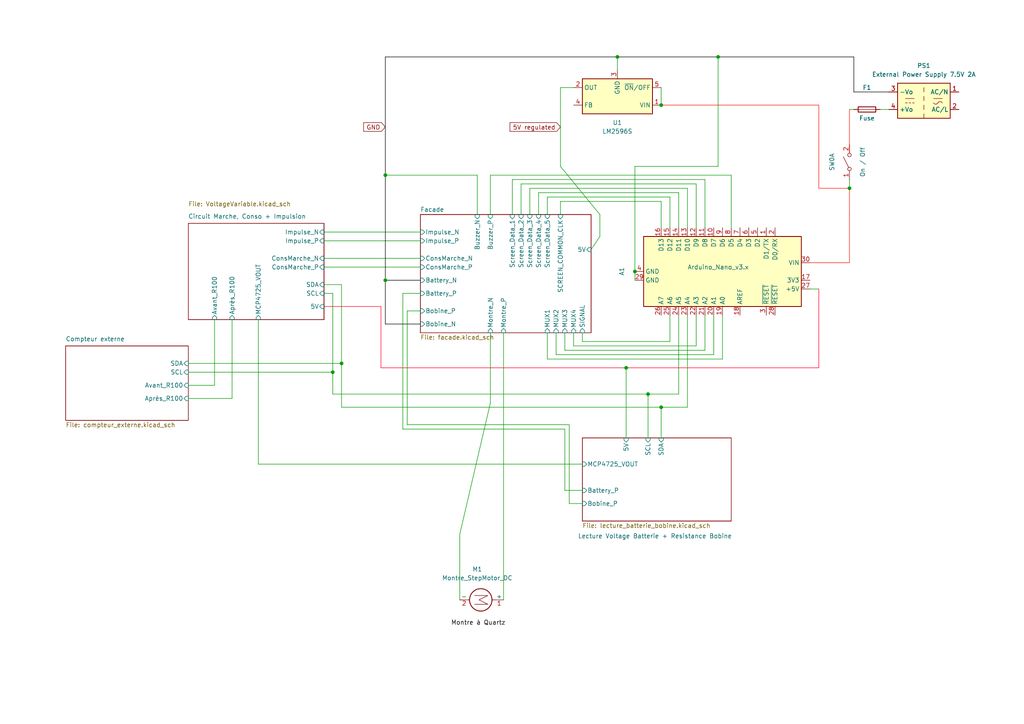
<source format=kicad_sch>
(kicad_sch (version 20211123) (generator eeschema)
  (paper "A4")
  (title_block (title "Prototype de machine de diagnostic de montre à Quartz") (date "2023-05-24") (rev "1") (company "Laetitia Dallinge Dev") (comment 1 "+41 79 584 48 57") (comment 2 "laetitia.dallinge@gmail.com") (comment 3 "Licence: GNU GPL V3"))
  (lib_symbols
    (symbol "Converter_ACDC:IRM-05-12"
      (property "Reference" "PS" (at 0 6.35 0))
      (property "Value" "IRM-05-12" (at 0 -6.35 0))
      (symbol "IRM-05-12_0_1"
        (rectangle (start -7.62 5.08) (end 7.62 -5.08) (stroke (width 0.254)) (fill (type background)))
        (arc (start -5.334 0.635) (mid -4.699 0.2495) (end -4.064 0.635))
        (arc (start -2.794 0.635) (mid -3.429 1.0072) (end -4.064 0.635))
        (polyline (pts (xy -5.334 -0.635) (xy -2.794 -0.635)))
        (polyline (pts (xy 0 -2.54) (xy 0 -3.81)))
        (polyline (pts (xy 0 0) (xy 0 -1.27)))
        (polyline (pts (xy 0 2.54) (xy 0 1.27)))
        (polyline (pts (xy 0 5.08) (xy 0 3.81)))
        (polyline (pts (xy 2.794 -0.635) (xy 5.334 -0.635)))
        (polyline (pts (xy 2.794 0.635) (xy 3.302 0.635)))
        (polyline (pts (xy 3.81 0.635) (xy 4.318 0.635)))
        (polyline (pts (xy 4.826 0.635) (xy 5.334 0.635)))
      )
      (symbol "IRM-05-12_1_1"
        (pin power_in line (at -10.16 -2.54 0) (length 2.54) (name "AC/N") (number "1"))
        (pin power_in line (at -10.16 2.54 0) (length 2.54) (name "AC/L") (number "2"))
        (pin power_out line (at 10.16 -2.54 180) (length 2.54) (name "-Vo") (number "3"))
        (pin power_out line (at 10.16 2.54 180) (length 2.54) (name "+Vo") (number "4"))
      )
    )
    (symbol "Device:Fuse" (pin_numbers hide) (pin_names (offset 0))
      (property "Reference" "F" (at 2.032 0 90))
      (property "Value" "Fuse" (at -1.905 0 90))
      (symbol "Fuse_0_1"
        (rectangle (start -0.762 -2.54) (end 0.762 2.54) (stroke (width 0.254)))
        (polyline (pts (xy 0 2.54) (xy 0 -2.54)))
      )
      (symbol "Fuse_1_1"
        (pin passive line (at 0 3.81 270) (length 1.27) (name "~") (number "1"))
        (pin passive line (at 0 -3.81 90) (length 1.27) (name "~") (number "2"))
      )
    )
    (symbol "MCU_Module:Arduino_Nano_v3.x"
      (property "Reference" "A" (at -10.16 23.495 0))
      (property "Value" "Arduino_Nano_v3.x" (at 5.08 -24.13 0))
      (symbol "Arduino_Nano_v3.x_0_1"
        (rectangle (start -10.16 22.86) (end 10.16 -22.86) (stroke (width 0.254)) (fill (type background)))
      )
      (symbol "Arduino_Nano_v3.x_1_1"
        (pin bidirectional line (at -12.7 12.7 0) (length 2.54) (name "D1/TX") (number "1"))
        (pin bidirectional line (at -12.7 -2.54 0) (length 2.54) (name "D7") (number "10"))
        (pin bidirectional line (at -12.7 -5.08 0) (length 2.54) (name "D8") (number "11"))
        (pin bidirectional line (at -12.7 -7.62 0) (length 2.54) (name "D9") (number "12"))
        (pin bidirectional line (at -12.7 -10.16 0) (length 2.54) (name "D10") (number "13"))
        (pin bidirectional line (at -12.7 -12.7 0) (length 2.54) (name "D11") (number "14"))
        (pin bidirectional line (at -12.7 -15.24 0) (length 2.54) (name "D12") (number "15"))
        (pin bidirectional line (at -12.7 -17.78 0) (length 2.54) (name "D13") (number "16"))
        (pin power_out line (at 2.54 25.4 270) (length 2.54) (name "3V3") (number "17"))
        (pin input line (at 12.7 5.08 180) (length 2.54) (name "AREF") (number "18"))
        (pin bidirectional line (at 12.7 0 180) (length 2.54) (name "A0") (number "19"))
        (pin bidirectional line (at -12.7 15.24 0) (length 2.54) (name "D0/RX") (number "2"))
        (pin bidirectional line (at 12.7 -2.54 180) (length 2.54) (name "A1") (number "20"))
        (pin bidirectional line (at 12.7 -5.08 180) (length 2.54) (name "A2") (number "21"))
        (pin bidirectional line (at 12.7 -7.62 180) (length 2.54) (name "A3") (number "22"))
        (pin bidirectional line (at 12.7 -10.16 180) (length 2.54) (name "A4") (number "23"))
        (pin bidirectional line (at 12.7 -12.7 180) (length 2.54) (name "A5") (number "24"))
        (pin bidirectional line (at 12.7 -15.24 180) (length 2.54) (name "A6") (number "25"))
        (pin bidirectional line (at 12.7 -17.78 180) (length 2.54) (name "A7") (number "26"))
        (pin power_out line (at 5.08 25.4 270) (length 2.54) (name "+5V") (number "27"))
        (pin input line (at 12.7 15.24 180) (length 2.54) (name "~{RESET}") (number "28"))
        (pin power_in line (at 2.54 -25.4 90) (length 2.54) (name "GND") (number "29"))
        (pin input line (at 12.7 12.7 180) (length 2.54) (name "~{RESET}") (number "3"))
        (pin power_in line (at -2.54 25.4 270) (length 2.54) (name "VIN") (number "30"))
        (pin power_in line (at 0 -25.4 90) (length 2.54) (name "GND") (number "4"))
        (pin bidirectional line (at -12.7 10.16 0) (length 2.54) (name "D2") (number "5"))
        (pin bidirectional line (at -12.7 7.62 0) (length 2.54) (name "D3") (number "6"))
        (pin bidirectional line (at -12.7 5.08 0) (length 2.54) (name "D4") (number "7"))
        (pin bidirectional line (at -12.7 2.54 0) (length 2.54) (name "D5") (number "8"))
        (pin bidirectional line (at -12.7 0 0) (length 2.54) (name "D6") (number "9"))
      )
    )
    (symbol "Motor:Motor_DC" (pin_names (offset 0))
      (property "Reference" "M" (at 2.54 2.54 0))
      (property "Value" "Motor_DC" (at 2.54 -5.08 0))
      (symbol "Motor_DC_0_0"
        (polyline (pts (xy -1.27 -3.302) (xy -1.27 0.508) (xy 0 -2.032) (xy 1.27 0.508) (xy 1.27 -3.302)))
      )
      (symbol "Motor_DC_0_1"
        (circle (center 0 -1.524) (radius 3.2512) (stroke (width 0.254)))
        (polyline (pts (xy 0 -7.62) (xy 0 -7.112)))
        (polyline (pts (xy 0 -4.7752) (xy 0 -5.1816)))
        (polyline (pts (xy 0 1.7272) (xy 0 2.0828)))
        (polyline (pts (xy 0 2.032) (xy 0 2.54)))
      )
      (symbol "Motor_DC_1_1"
        (pin passive line (at 0 5.08 270) (length 2.54) (name "+") (number "1"))
        (pin passive line (at 0 -7.62 90) (length 2.54) (name "-") (number "2"))
      )
    )
    (symbol "Regulator_Switching:LM2596S-5"
      (property "Reference" "U" (at -10.16 6.35 0))
      (property "Value" "LM2596S-5" (at 0 6.35 0))
      (symbol "LM2596S-5_0_1"
        (rectangle (start -10.16 5.08) (end 10.16 -5.08) (stroke (width 0.254)) (fill (type background)))
      )
      (symbol "LM2596S-5_1_1"
        (pin power_in line (at -12.7 2.54 0) (length 2.54) (name "VIN") (number "1"))
        (pin output line (at 12.7 -2.54 180) (length 2.54) (name "OUT") (number "2"))
        (pin power_in line (at 0 -7.62 90) (length 2.54) (name "GND") (number "3"))
        (pin input line (at 12.7 2.54 180) (length 2.54) (name "FB") (number "4"))
        (pin input line (at -12.7 -2.54 0) (length 2.54) (name "~{ON}/OFF") (number "5"))
      )
    )
    (symbol "Switch:SW_DPST_x2" (pin_names (offset 0) hide)
      (property "Reference" "SW" (at 0 3.175 0))
      (property "Value" "SW_DPST_x2" (at 0 -2.54 0))
      (symbol "SW_DPST_x2_0_0"
        (circle (center -2.032 0) (radius 0.508))
        (polyline (pts (xy -1.524 0.254) (xy 1.524 1.778)))
        (circle (center 2.032 0) (radius 0.508))
      )
      (symbol "SW_DPST_x2_1_1"
        (pin passive line (at -5.08 0 0) (length 2.54) (name "A") (number "1"))
        (pin passive line (at 5.08 0 180) (length 2.54) (name "B") (number "2"))
      )
      (symbol "SW_DPST_x2_2_1"
        (pin passive line (at -5.08 0 0) (length 2.54) (name "A") (number "3"))
        (pin passive line (at 5.08 0 180) (length 2.54) (name "B") (number "4"))
      )
    )
  )
  (junction (at 181.61 106.68))
  (junction (at 96.52 107.95))
  (junction (at 179.07 16.51))
  (junction (at 208.28 16.51))
  (junction (at 111.76 50.8))
  (junction (at 99.06 105.41))
  (junction (at 191.77 30.48))
  (junction (at 187.96 114.3))
  (junction (at 111.76 81.28))
  (junction (at 191.77 118.11))
  (junction (at 246.38 54.61))
  (junction (at 184.15 78.74))
  (wire (pts (xy 247.65 16.51) (xy 208.28 16.51)) (stroke (width 0) (color 0 0 0 1)))
  (wire (pts (xy 234.95 83.82) (xy 237.49 83.82)))
  (wire (pts (xy 247.65 26.67) (xy 247.65 16.51)) (stroke (width 0) (color 0 0 0 1)))
  (wire (pts (xy 99.06 105.41) (xy 99.06 82.55)))
  (wire (pts (xy 181.61 106.68) (xy 180.34 106.68)))
  (wire (pts (xy 191.77 66.04) (xy 191.77 58.42)))
  (wire (pts (xy 237.49 30.48) (xy 237.49 54.61)) (stroke (width 0) (color 255 17 0 1)))
  (wire (pts (xy 199.39 118.11) (xy 191.77 118.11)))
  (wire (pts (xy 181.61 127) (xy 181.61 106.68)))
  (wire (pts (xy 162.56 62.23) (xy 162.56 58.42)))
  (wire (pts (xy 96.52 85.09) (xy 96.52 107.95)))
  (wire (pts (xy 163.83 101.6) (xy 204.47 101.6)))
  (wire (pts (xy 116.84 124.46) (xy 163.83 124.46)))
  (wire (pts (xy 110.49 106.68) (xy 181.61 106.68)) (stroke (width 0) (color 255 0 38 1)))
  (wire (pts (xy 257.81 26.67) (xy 247.65 26.67)) (stroke (width 0) (color 0 0 0 1)))
  (wire (pts (xy 246.38 62.23) (xy 246.38 54.61)) (stroke (width 0) (color 255 22 0 1)))
  (wire (pts (xy 142.24 50.8) (xy 212.09 50.8)))
  (wire (pts (xy 181.61 106.68) (xy 237.49 106.68)) (stroke (width 0) (color 255 0 38 1)))
  (wire (pts (xy 191.77 118.11) (xy 99.06 118.11)))
  (wire (pts (xy 246.38 54.61) (xy 246.38 52.07)))
  (wire (pts (xy 208.28 48.26) (xy 208.28 16.51)))
  (wire (pts (xy 201.93 91.44) (xy 201.93 100.33)))
  (wire (pts (xy 207.01 102.87) (xy 161.29 102.87)))
  (wire (pts (xy 96.52 107.95) (xy 54.61 107.95)))
  (wire (pts (xy 168.91 134.62) (xy 74.93 134.62)))
  (wire (pts (xy 161.29 96.52) (xy 161.29 102.87)))
  (wire (pts (xy 162.56 58.42) (xy 191.77 58.42)))
  (wire (pts (xy 168.91 99.06) (xy 168.91 96.52)))
  (wire (pts (xy 199.39 54.61) (xy 199.39 66.04)))
  (wire (pts (xy 184.15 78.74) (xy 184.15 48.26)))
  (wire (pts (xy 96.52 107.95) (xy 96.52 114.3)))
  (wire (pts (xy 138.43 62.23) (xy 138.43 50.8)))
  (wire (pts (xy 151.13 53.34) (xy 151.13 62.23)))
  (wire (pts (xy 93.98 69.85) (xy 121.92 69.85)))
  (wire (pts (xy 54.61 115.57) (xy 67.31 115.57)))
  (wire (pts (xy 204.47 101.6) (xy 204.47 91.44)))
  (wire (pts (xy 142.24 116.84) (xy 133.35 154.94)))
  (wire (pts (xy 99.06 118.11) (xy 99.06 105.41)))
  (wire (pts (xy 194.31 99.06) (xy 194.31 91.44)))
  (wire (pts (xy 156.21 62.23) (xy 156.21 55.88)))
  (wire (pts (xy 163.83 96.52) (xy 163.83 101.6)))
  (wire (pts (xy 153.67 62.23) (xy 153.67 54.61)))
  (wire (pts (xy 148.59 52.07) (xy 148.59 62.23)))
  (wire (pts (xy 110.49 88.9) (xy 110.49 106.68)) (stroke (width 0) (color 255 0 38 1)))
  (wire (pts (xy 153.67 54.61) (xy 199.39 54.61)))
  (wire (pts (xy 142.24 62.23) (xy 142.24 50.8)))
  (wire (pts (xy 246.38 76.2) (xy 234.95 76.2)) (stroke (width 0) (color 255 17 0 1)))
  (wire (pts (xy 93.98 82.55) (xy 99.06 82.55)))
  (wire (pts (xy 146.05 96.52) (xy 146.05 173.99)))
  (wire (pts (xy 196.85 55.88) (xy 196.85 66.04)))
  (wire (pts (xy 142.24 96.52) (xy 142.24 116.84)))
  (wire (pts (xy 54.61 111.76) (xy 62.23 111.76)))
  (wire (pts (xy 173.99 68.58) (xy 171.45 72.39)))
  (wire (pts (xy 204.47 52.07) (xy 148.59 52.07)))
  (wire (pts (xy 207.01 91.44) (xy 207.01 102.87)))
  (wire (pts (xy 194.31 57.15) (xy 194.31 66.04)))
  (wire (pts (xy 163.83 124.46) (xy 163.83 142.24)))
  (wire (pts (xy 204.47 66.04) (xy 204.47 52.07)))
  (wire (pts (xy 118.11 90.17) (xy 118.11 123.19)))
  (wire (pts (xy 156.21 55.88) (xy 196.85 55.88)))
  (wire (pts (xy 158.75 104.14) (xy 209.55 104.14)))
  (wire (pts (xy 191.77 118.11) (xy 191.77 127)))
  (wire (pts (xy 247.65 31.75) (xy 246.38 31.75)))
  (wire (pts (xy 74.93 134.62) (xy 74.93 92.71)))
  (wire (pts (xy 121.92 93.98) (xy 111.76 93.98)) (stroke (width 0) (color 0 0 0 1)))
  (wire (pts (xy 173.99 62.23) (xy 173.99 68.58)))
  (wire (pts (xy 237.49 54.61) (xy 246.38 54.61)) (stroke (width 0) (color 255 17 0 1)))
  (wire (pts (xy 111.76 81.28) (xy 111.76 50.8)) (stroke (width 0) (color 0 0 0 1)))
  (wire (pts (xy 158.75 57.15) (xy 194.31 57.15)))
  (wire (pts (xy 121.92 90.17) (xy 118.11 90.17)))
  (wire (pts (xy 196.85 91.44) (xy 196.85 114.3)))
  (wire (pts (xy 54.61 105.41) (xy 99.06 105.41)))
  (wire (pts (xy 166.37 96.52) (xy 166.37 100.33)))
  (wire (pts (xy 209.55 104.14) (xy 209.55 91.44)))
  (wire (pts (xy 179.07 16.51) (xy 179.07 20.32)))
  (wire (pts (xy 201.93 100.33) (xy 166.37 100.33)))
  (wire (pts (xy 138.43 50.8) (xy 111.76 50.8)))
  (wire (pts (xy 162.56 48.26) (xy 173.99 62.23)))
  (wire (pts (xy 246.38 62.23) (xy 246.38 76.2)) (stroke (width 0) (color 255 17 0 1)))
  (wire (pts (xy 163.83 142.24) (xy 168.91 142.24)))
  (wire (pts (xy 93.98 74.93) (xy 121.92 74.93)))
  (wire (pts (xy 196.85 114.3) (xy 187.96 114.3)))
  (wire (pts (xy 116.84 85.09) (xy 116.84 124.46)))
  (wire (pts (xy 165.1 146.05) (xy 168.91 146.05)))
  (wire (pts (xy 184.15 48.26) (xy 208.28 48.26)))
  (wire (pts (xy 208.28 16.51) (xy 179.07 16.51)) (stroke (width 0) (color 0 0 0 1)))
  (wire (pts (xy 246.38 31.75) (xy 246.38 44.45)) (stroke (width 0) (color 255 17 0 1)))
  (wire (pts (xy 62.23 111.76) (xy 62.23 92.71)))
  (wire (pts (xy 237.49 83.82) (xy 237.49 106.68)) (stroke (width 0) (color 255 0 38 1)))
  (wire (pts (xy 187.96 114.3) (xy 187.96 127)))
  (wire (pts (xy 111.76 50.8) (xy 111.76 16.51)) (stroke (width 0) (color 0 0 0 1)))
  (wire (pts (xy 121.92 85.09) (xy 116.84 85.09)))
  (wire (pts (xy 187.96 114.3) (xy 96.52 114.3)))
  (wire (pts (xy 212.09 50.8) (xy 212.09 66.04)))
  (wire (pts (xy 201.93 53.34) (xy 201.93 66.04)))
  (wire (pts (xy 158.75 62.23) (xy 158.75 57.15)))
  (wire (pts (xy 165.1 123.19) (xy 165.1 146.05)))
  (wire (pts (xy 133.35 154.94) (xy 133.35 173.99)))
  (wire (pts (xy 199.39 91.44) (xy 199.39 118.11)))
  (wire (pts (xy 184.15 78.74) (xy 184.15 81.28)))
  (wire (pts (xy 111.76 93.98) (xy 111.76 81.28)) (stroke (width 0) (color 0 0 0 1)))
  (wire (pts (xy 151.13 53.34) (xy 201.93 53.34)))
  (wire (pts (xy 93.98 88.9) (xy 110.49 88.9)) (stroke (width 0) (color 255 0 38 1)))
  (wire (pts (xy 111.76 16.51) (xy 179.07 16.51)) (stroke (width 0) (color 0 0 0 1)))
  (wire (pts (xy 255.27 31.75) (xy 257.81 31.75)))
  (wire (pts (xy 67.31 115.57) (xy 67.31 92.71)))
  (wire (pts (xy 191.77 25.4) (xy 191.77 30.48)))
  (wire (pts (xy 162.56 25.4) (xy 162.56 48.26)))
  (wire (pts (xy 191.77 30.48) (xy 237.49 30.48)) (stroke (width 0) (color 255 17 0 1)))
  (wire (pts (xy 93.98 67.31) (xy 121.92 67.31)))
  (wire (pts (xy 166.37 25.4) (xy 162.56 25.4)))
  (wire (pts (xy 118.11 123.19) (xy 165.1 123.19)))
  (wire (pts (xy 111.76 81.28) (xy 121.92 81.28)) (stroke (width 0) (color 0 0 0 1)))
  (wire (pts (xy 158.75 96.52) (xy 158.75 104.14)))
  (wire (pts (xy 168.91 99.06) (xy 194.31 99.06)))
  (wire (pts (xy 93.98 85.09) (xy 96.52 85.09)))
  (wire (pts (xy 93.98 77.47) (xy 121.92 77.47)))
  (label "Montre à Quartz" (at 130.81 181.61 0))
  (global_label "5V regulated" (shape input) (at 162.56 36.83 180) (property "Intersheet References" "${INTERSHEET_REFS}" (effects hide)))
  (global_label "GND" (shape input) (at 111.76 36.83 180) (property "Intersheet References" "${INTERSHEET_REFS}" (effects hide)))
  (symbol (lib_id "Device:Fuse") (at 251.46 31.75 270) (unit 1)
    (property "Reference" "F1" (at 251.46 25.4 90))
    (property "Value" "Fuse" (at 251.46 34.29 90))
  )
  (symbol (lib_id "Converter_ACDC:IRM-05-12") (at 267.97 29.21 180) (unit 1)
    (property "Reference" "PS1" (at 267.97 19.05 0))
    (property "Value" "External Power Supply 7.5V 2A" (at 267.97 21.59 0))
    (property "Footprint" "Converter_ACDC:Converter_ACDC_MeanWell_IRM-05-xx_THT" (effects hide))
    (property "Datasheet" "https://www.meanwell.com/Upload/PDF/IRM-05/IRM-05-SPEC.PDF" (effects hide))
  )
  (symbol (lib_id "Motor:Motor_DC") (at 140.97 173.99 270) (unit 1)
    (property "Reference" "M1" (at 138.43 165.1 90))
    (property "Value" "Montre_StepMotor_DC" (at 138.43 167.64 90))
  )
  (symbol (lib_id "Regulator_Switching:LM2596S-5") (at 179.07 27.94 180) (unit 1)
    (property "Reference" "U1" (at 179.07 35.56 0))
    (property "Value" "LM2596S" (at 179.07 38.1 0))
    (property "Footprint" "Package_TO_SOT_SMD:TO-263-5_TabPin3" (effects hide))
    (property "Datasheet" "http://www.ti.com/lit/ds/symlink/lm2596.pdf" (effects hide))
  )
  (symbol (lib_id "MCU_Module:Arduino_Nano_v3.x") (at 209.55 78.74 270) (unit 1)
    (property "Reference" "A1" (at 180.34 77.47 0) (effects (justify left)))
    (property "Value" "Arduino_Nano_v3.x" (at 199.39 77.47 90) (effects (justify left)))
    (property "Footprint" "Module:Arduino_Nano" (effects hide))
    (property "Datasheet" "http://www.mouser.com/pdfdocs/Gravitech_Arduino_Nano3_0.pdf" (effects hide))
  )
  (symbol (lib_id "Switch:SW_DPST_x2") (at 246.38 46.99 90) (unit 1)
    (property "Reference" "SW0" (at 241.3 46.99 0))
    (property "Value" "On / Off" (at 250.19 46.99 0))
  )
  (sheet (at 121.92 62.23) (size 49.53 34.29) (stroke (width 0.1524))
    (property "Sheet name" "Facade" (at 121.92 61.5184 0) (effects (justify left bottom)))
    (property "Sheet file" "facade.kicad_sch" (at 121.92 97.1046 0) (effects (justify left top)))
    (pin "Screen_Data_2" input (at 151.13 62.23 90))
    (pin "Screen_Data_5" input (at 158.75 62.23 90))
    (pin "SCREEN_COMMON_CLK" input (at 162.56 62.23 90))
    (pin "Screen_Data_3" input (at 153.67 62.23 90))
    (pin "Montre_P" input (at 146.05 96.52 270))
    (pin "Montre_N" input (at 142.24 96.52 270))
    (pin "Impulse_N" input (at 121.92 67.31 180))
    (pin "Screen_Data_4" input (at 156.21 62.23 90))
    (pin "SIGNAL" input (at 168.91 96.52 270))
    (pin "MUX3" input (at 163.83 96.52 270))
    (pin "MUX4" input (at 166.37 96.52 270))
    (pin "MUX2" input (at 161.29 96.52 270))
    (pin "MUX1" input (at 158.75 96.52 270))
    (pin "ConsMarche_N" input (at 121.92 74.93 180))
    (pin "Screen_Data_1" input (at 148.59 62.23 90))
    (pin "ConsMarche_P" input (at 121.92 77.47 180))
    (pin "Impulse_P" input (at 121.92 69.85 180))
    (pin "Battery_N" input (at 121.92 81.28 180))
    (pin "Battery_P" input (at 121.92 85.09 180))
    (pin "Bobine_P" input (at 121.92 90.17 180))
    (pin "Bobine_N" input (at 121.92 93.98 180))
    (pin "5V" input (at 171.45 72.39 0))
    (pin "Buzzer_P" input (at 142.24 62.23 90))
    (pin "Buzzer_N" input (at 138.43 62.23 90))
  )
  (sheet (at 168.91 127) (size 43.18 24.13) (stroke (width 0.1524))
    (property "Sheet name" "Lecture Voltage Batterie + Resistance Bobine" (at 167.64 156.21 0) (effects (justify left bottom)))
    (property "Sheet file" "lecture_batterie_bobine.kicad_sch" (at 168.91 151.7146 0) (effects (justify left top)))
    (pin "5V" input (at 181.61 127 90))
    (pin "SCL" input (at 187.96 127 90))
    (pin "SDA" input (at 191.77 127 90))
    (pin "Battery_P" input (at 168.91 142.24 180))
    (pin "MCP4725_VOUT" input (at 168.91 134.62 180))
    (pin "Bobine_P" input (at 168.91 146.05 180))
  )
  (sheet (at 54.61 64.77) (size 39.37 27.94) (stroke (width 0.1524))
    (property "Sheet name" "Circuit Marche, Conso + Impulsion" (at 54.61 63.5 0) (effects (justify left bottom)))
    (property "Sheet file" "VoltageVariable.kicad_sch" (at 54.61 58.42 0) (effects (justify left top)))
    (pin "SDA" input (at 93.98 82.55 0))
    (pin "SCL" input (at 93.98 85.09 0))
    (pin "Impulse_P" input (at 93.98 69.85 0))
    (pin "ConsMarche_P" input (at 93.98 77.47 0))
    (pin "ConsMarche_N" input (at 93.98 74.93 0))
    (pin "Impulse_N" input (at 93.98 67.31 0))
    (pin "5V" input (at 93.98 88.9 0))
    (pin "Après_R100" input (at 67.31 92.71 270))
    (pin "Avant_R100" input (at 62.23 92.71 270))
    (pin "MCP4725_VOUT" input (at 74.93 92.71 270))
  )
  (sheet (at 19.05 100.33) (size 35.56 21.59) (stroke (width 0.1524))
    (property "Sheet name" "Compteur externe" (at 19.05 99.06 0) (effects (justify left bottom)))
    (property "Sheet file" "compteur_externe.kicad_sch" (at 19.05 122.5046 0) (effects (justify left top)))
    (pin "SDA" input (at 54.61 105.41 0))
    (pin "SCL" input (at 54.61 107.95 0))
    (pin "Avant_R100" input (at 54.61 111.76 0))
    (pin "Après_R100" input (at 54.61 115.57 0))
  )
)
</source>
